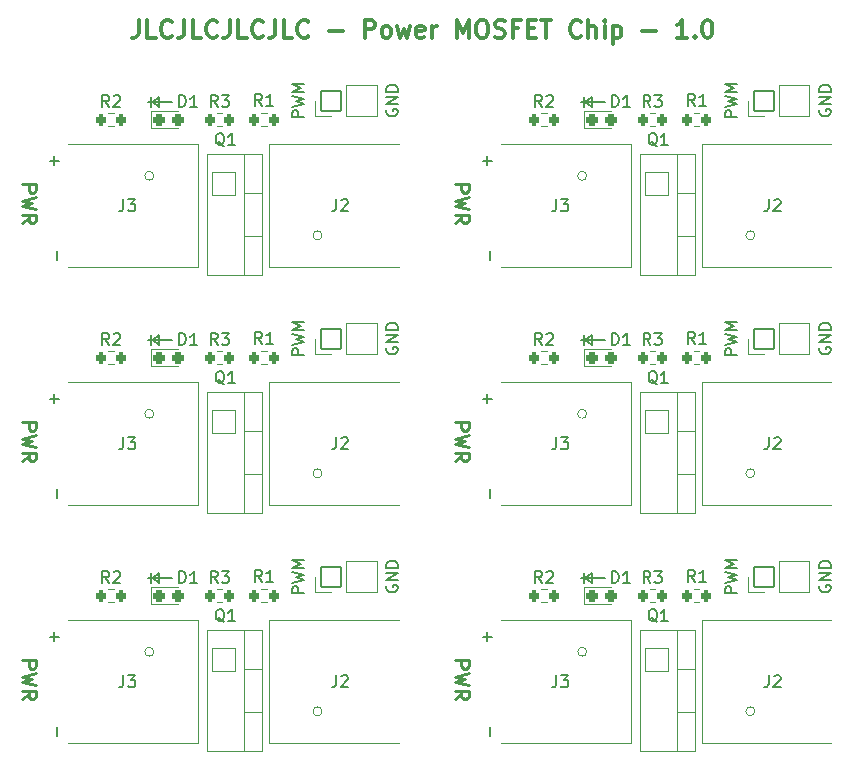
<source format=gto>
%TF.GenerationSoftware,KiCad,Pcbnew,(6.0.5)*%
%TF.CreationDate,2022-06-05T15:56:58-07:00*%
%TF.ProjectId,mosfet_chip_panel,6d6f7366-6574-45f6-9368-69705f70616e,rev?*%
%TF.SameCoordinates,Original*%
%TF.FileFunction,Legend,Top*%
%TF.FilePolarity,Positive*%
%FSLAX46Y46*%
G04 Gerber Fmt 4.6, Leading zero omitted, Abs format (unit mm)*
G04 Created by KiCad (PCBNEW (6.0.5)) date 2022-06-05 15:56:58*
%MOMM*%
%LPD*%
G01*
G04 APERTURE LIST*
G04 Aperture macros list*
%AMRoundRect*
0 Rectangle with rounded corners*
0 $1 Rounding radius*
0 $2 $3 $4 $5 $6 $7 $8 $9 X,Y pos of 4 corners*
0 Add a 4 corners polygon primitive as box body*
4,1,4,$2,$3,$4,$5,$6,$7,$8,$9,$2,$3,0*
0 Add four circle primitives for the rounded corners*
1,1,$1+$1,$2,$3*
1,1,$1+$1,$4,$5*
1,1,$1+$1,$6,$7*
1,1,$1+$1,$8,$9*
0 Add four rect primitives between the rounded corners*
20,1,$1+$1,$2,$3,$4,$5,0*
20,1,$1+$1,$4,$5,$6,$7,0*
20,1,$1+$1,$6,$7,$8,$9,0*
20,1,$1+$1,$8,$9,$2,$3,0*%
G04 Aperture macros list end*
%ADD10C,0.150000*%
%ADD11C,0.300000*%
%ADD12C,0.250000*%
%ADD13C,0.120000*%
%ADD14C,0.700000*%
%ADD15RoundRect,0.268750X-0.218750X-0.256250X0.218750X-0.256250X0.218750X0.256250X-0.218750X0.256250X0*%
%ADD16C,2.132000*%
%ADD17C,2.386000*%
%ADD18RoundRect,0.250000X0.200000X0.275000X-0.200000X0.275000X-0.200000X-0.275000X0.200000X-0.275000X0*%
%ADD19RoundRect,0.050000X0.850000X-0.850000X0.850000X0.850000X-0.850000X0.850000X-0.850000X-0.850000X0*%
%ADD20O,1.800000X1.800000*%
%ADD21RoundRect,0.250000X-0.200000X-0.275000X0.200000X-0.275000X0.200000X0.275000X-0.200000X0.275000X0*%
%ADD22RoundRect,0.050000X-1.000000X0.952500X-1.000000X-0.952500X1.000000X-0.952500X1.000000X0.952500X0*%
%ADD23O,2.100000X2.005000*%
G04 APERTURE END LIST*
D10*
X25569047Y-29076428D02*
X26330952Y-29076428D01*
X25950000Y-29457380D02*
X25950000Y-28695476D01*
X62219047Y-69376428D02*
X62980952Y-69376428D01*
X62600000Y-69757380D02*
X62600000Y-68995476D01*
X25569047Y-69376428D02*
X26330952Y-69376428D01*
X25950000Y-69757380D02*
X25950000Y-68995476D01*
X62219047Y-49226428D02*
X62980952Y-49226428D01*
X62600000Y-49607380D02*
X62600000Y-48845476D01*
X25569047Y-49226428D02*
X26330952Y-49226428D01*
X25950000Y-49607380D02*
X25950000Y-48845476D01*
X62219047Y-29076428D02*
X62980952Y-29076428D01*
X62600000Y-29457380D02*
X62600000Y-28695476D01*
D11*
X33116785Y-17178571D02*
X33116785Y-18250000D01*
X33045357Y-18464285D01*
X32902500Y-18607142D01*
X32688214Y-18678571D01*
X32545357Y-18678571D01*
X34545357Y-18678571D02*
X33831071Y-18678571D01*
X33831071Y-17178571D01*
X35902500Y-18535714D02*
X35831071Y-18607142D01*
X35616785Y-18678571D01*
X35473928Y-18678571D01*
X35259642Y-18607142D01*
X35116785Y-18464285D01*
X35045357Y-18321428D01*
X34973928Y-18035714D01*
X34973928Y-17821428D01*
X35045357Y-17535714D01*
X35116785Y-17392857D01*
X35259642Y-17250000D01*
X35473928Y-17178571D01*
X35616785Y-17178571D01*
X35831071Y-17250000D01*
X35902500Y-17321428D01*
X36973928Y-17178571D02*
X36973928Y-18250000D01*
X36902500Y-18464285D01*
X36759642Y-18607142D01*
X36545357Y-18678571D01*
X36402500Y-18678571D01*
X38402500Y-18678571D02*
X37688214Y-18678571D01*
X37688214Y-17178571D01*
X39759642Y-18535714D02*
X39688214Y-18607142D01*
X39473928Y-18678571D01*
X39331071Y-18678571D01*
X39116785Y-18607142D01*
X38973928Y-18464285D01*
X38902500Y-18321428D01*
X38831071Y-18035714D01*
X38831071Y-17821428D01*
X38902500Y-17535714D01*
X38973928Y-17392857D01*
X39116785Y-17250000D01*
X39331071Y-17178571D01*
X39473928Y-17178571D01*
X39688214Y-17250000D01*
X39759642Y-17321428D01*
X40831071Y-17178571D02*
X40831071Y-18250000D01*
X40759642Y-18464285D01*
X40616785Y-18607142D01*
X40402500Y-18678571D01*
X40259642Y-18678571D01*
X42259642Y-18678571D02*
X41545357Y-18678571D01*
X41545357Y-17178571D01*
X43616785Y-18535714D02*
X43545357Y-18607142D01*
X43331071Y-18678571D01*
X43188214Y-18678571D01*
X42973928Y-18607142D01*
X42831071Y-18464285D01*
X42759642Y-18321428D01*
X42688214Y-18035714D01*
X42688214Y-17821428D01*
X42759642Y-17535714D01*
X42831071Y-17392857D01*
X42973928Y-17250000D01*
X43188214Y-17178571D01*
X43331071Y-17178571D01*
X43545357Y-17250000D01*
X43616785Y-17321428D01*
X44688214Y-17178571D02*
X44688214Y-18250000D01*
X44616785Y-18464285D01*
X44473928Y-18607142D01*
X44259642Y-18678571D01*
X44116785Y-18678571D01*
X46116785Y-18678571D02*
X45402500Y-18678571D01*
X45402500Y-17178571D01*
X47473928Y-18535714D02*
X47402500Y-18607142D01*
X47188214Y-18678571D01*
X47045357Y-18678571D01*
X46831071Y-18607142D01*
X46688214Y-18464285D01*
X46616785Y-18321428D01*
X46545357Y-18035714D01*
X46545357Y-17821428D01*
X46616785Y-17535714D01*
X46688214Y-17392857D01*
X46831071Y-17250000D01*
X47045357Y-17178571D01*
X47188214Y-17178571D01*
X47402500Y-17250000D01*
X47473928Y-17321428D01*
X49259642Y-18107142D02*
X50402500Y-18107142D01*
X52259642Y-18678571D02*
X52259642Y-17178571D01*
X52831071Y-17178571D01*
X52973928Y-17250000D01*
X53045357Y-17321428D01*
X53116785Y-17464285D01*
X53116785Y-17678571D01*
X53045357Y-17821428D01*
X52973928Y-17892857D01*
X52831071Y-17964285D01*
X52259642Y-17964285D01*
X53973928Y-18678571D02*
X53831071Y-18607142D01*
X53759642Y-18535714D01*
X53688214Y-18392857D01*
X53688214Y-17964285D01*
X53759642Y-17821428D01*
X53831071Y-17750000D01*
X53973928Y-17678571D01*
X54188214Y-17678571D01*
X54331071Y-17750000D01*
X54402500Y-17821428D01*
X54473928Y-17964285D01*
X54473928Y-18392857D01*
X54402500Y-18535714D01*
X54331071Y-18607142D01*
X54188214Y-18678571D01*
X53973928Y-18678571D01*
X54973928Y-17678571D02*
X55259642Y-18678571D01*
X55545357Y-17964285D01*
X55831071Y-18678571D01*
X56116785Y-17678571D01*
X57259642Y-18607142D02*
X57116785Y-18678571D01*
X56831071Y-18678571D01*
X56688214Y-18607142D01*
X56616785Y-18464285D01*
X56616785Y-17892857D01*
X56688214Y-17750000D01*
X56831071Y-17678571D01*
X57116785Y-17678571D01*
X57259642Y-17750000D01*
X57331071Y-17892857D01*
X57331071Y-18035714D01*
X56616785Y-18178571D01*
X57973928Y-18678571D02*
X57973928Y-17678571D01*
X57973928Y-17964285D02*
X58045357Y-17821428D01*
X58116785Y-17750000D01*
X58259642Y-17678571D01*
X58402500Y-17678571D01*
X60045357Y-18678571D02*
X60045357Y-17178571D01*
X60545357Y-18250000D01*
X61045357Y-17178571D01*
X61045357Y-18678571D01*
X62045357Y-17178571D02*
X62331071Y-17178571D01*
X62473928Y-17250000D01*
X62616785Y-17392857D01*
X62688214Y-17678571D01*
X62688214Y-18178571D01*
X62616785Y-18464285D01*
X62473928Y-18607142D01*
X62331071Y-18678571D01*
X62045357Y-18678571D01*
X61902500Y-18607142D01*
X61759642Y-18464285D01*
X61688214Y-18178571D01*
X61688214Y-17678571D01*
X61759642Y-17392857D01*
X61902500Y-17250000D01*
X62045357Y-17178571D01*
X63259642Y-18607142D02*
X63473928Y-18678571D01*
X63831071Y-18678571D01*
X63973928Y-18607142D01*
X64045357Y-18535714D01*
X64116785Y-18392857D01*
X64116785Y-18250000D01*
X64045357Y-18107142D01*
X63973928Y-18035714D01*
X63831071Y-17964285D01*
X63545357Y-17892857D01*
X63402500Y-17821428D01*
X63331071Y-17750000D01*
X63259642Y-17607142D01*
X63259642Y-17464285D01*
X63331071Y-17321428D01*
X63402500Y-17250000D01*
X63545357Y-17178571D01*
X63902500Y-17178571D01*
X64116785Y-17250000D01*
X65259642Y-17892857D02*
X64759642Y-17892857D01*
X64759642Y-18678571D02*
X64759642Y-17178571D01*
X65473928Y-17178571D01*
X66045357Y-17892857D02*
X66545357Y-17892857D01*
X66759642Y-18678571D02*
X66045357Y-18678571D01*
X66045357Y-17178571D01*
X66759642Y-17178571D01*
X67188214Y-17178571D02*
X68045357Y-17178571D01*
X67616785Y-18678571D02*
X67616785Y-17178571D01*
X70545357Y-18535714D02*
X70473928Y-18607142D01*
X70259642Y-18678571D01*
X70116785Y-18678571D01*
X69902500Y-18607142D01*
X69759642Y-18464285D01*
X69688214Y-18321428D01*
X69616785Y-18035714D01*
X69616785Y-17821428D01*
X69688214Y-17535714D01*
X69759642Y-17392857D01*
X69902500Y-17250000D01*
X70116785Y-17178571D01*
X70259642Y-17178571D01*
X70473928Y-17250000D01*
X70545357Y-17321428D01*
X71188214Y-18678571D02*
X71188214Y-17178571D01*
X71831071Y-18678571D02*
X71831071Y-17892857D01*
X71759642Y-17750000D01*
X71616785Y-17678571D01*
X71402500Y-17678571D01*
X71259642Y-17750000D01*
X71188214Y-17821428D01*
X72545357Y-18678571D02*
X72545357Y-17678571D01*
X72545357Y-17178571D02*
X72473928Y-17250000D01*
X72545357Y-17321428D01*
X72616785Y-17250000D01*
X72545357Y-17178571D01*
X72545357Y-17321428D01*
X73259642Y-17678571D02*
X73259642Y-19178571D01*
X73259642Y-17750000D02*
X73402500Y-17678571D01*
X73688214Y-17678571D01*
X73831071Y-17750000D01*
X73902500Y-17821428D01*
X73973928Y-17964285D01*
X73973928Y-18392857D01*
X73902500Y-18535714D01*
X73831071Y-18607142D01*
X73688214Y-18678571D01*
X73402500Y-18678571D01*
X73259642Y-18607142D01*
X75759642Y-18107142D02*
X76902500Y-18107142D01*
X79545357Y-18678571D02*
X78688214Y-18678571D01*
X79116785Y-18678571D02*
X79116785Y-17178571D01*
X78973928Y-17392857D01*
X78831071Y-17535714D01*
X78688214Y-17607142D01*
X80188214Y-18535714D02*
X80259642Y-18607142D01*
X80188214Y-18678571D01*
X80116785Y-18607142D01*
X80188214Y-18535714D01*
X80188214Y-18678571D01*
X81188214Y-17178571D02*
X81331071Y-17178571D01*
X81473928Y-17250000D01*
X81545357Y-17321428D01*
X81616785Y-17464285D01*
X81688214Y-17750000D01*
X81688214Y-18107142D01*
X81616785Y-18392857D01*
X81545357Y-18535714D01*
X81473928Y-18607142D01*
X81331071Y-18678571D01*
X81188214Y-18678571D01*
X81045357Y-18607142D01*
X80973928Y-18535714D01*
X80902500Y-18392857D01*
X80831071Y-18107142D01*
X80831071Y-17750000D01*
X80902500Y-17464285D01*
X80973928Y-17321428D01*
X81045357Y-17250000D01*
X81188214Y-17178571D01*
D10*
X47102380Y-25409761D02*
X46102380Y-25409761D01*
X46102380Y-25028809D01*
X46150000Y-24933571D01*
X46197619Y-24885952D01*
X46292857Y-24838333D01*
X46435714Y-24838333D01*
X46530952Y-24885952D01*
X46578571Y-24933571D01*
X46626190Y-25028809D01*
X46626190Y-25409761D01*
X46102380Y-24505000D02*
X47102380Y-24266904D01*
X46388095Y-24076428D01*
X47102380Y-23885952D01*
X46102380Y-23647857D01*
X47102380Y-23266904D02*
X46102380Y-23266904D01*
X46816666Y-22933571D01*
X46102380Y-22600238D01*
X47102380Y-22600238D01*
X83752380Y-65709761D02*
X82752380Y-65709761D01*
X82752380Y-65328809D01*
X82800000Y-65233571D01*
X82847619Y-65185952D01*
X82942857Y-65138333D01*
X83085714Y-65138333D01*
X83180952Y-65185952D01*
X83228571Y-65233571D01*
X83276190Y-65328809D01*
X83276190Y-65709761D01*
X82752380Y-64805000D02*
X83752380Y-64566904D01*
X83038095Y-64376428D01*
X83752380Y-64185952D01*
X82752380Y-63947857D01*
X83752380Y-63566904D02*
X82752380Y-63566904D01*
X83466666Y-63233571D01*
X82752380Y-62900238D01*
X83752380Y-62900238D01*
X47102380Y-65709761D02*
X46102380Y-65709761D01*
X46102380Y-65328809D01*
X46150000Y-65233571D01*
X46197619Y-65185952D01*
X46292857Y-65138333D01*
X46435714Y-65138333D01*
X46530952Y-65185952D01*
X46578571Y-65233571D01*
X46626190Y-65328809D01*
X46626190Y-65709761D01*
X46102380Y-64805000D02*
X47102380Y-64566904D01*
X46388095Y-64376428D01*
X47102380Y-64185952D01*
X46102380Y-63947857D01*
X47102380Y-63566904D02*
X46102380Y-63566904D01*
X46816666Y-63233571D01*
X46102380Y-62900238D01*
X47102380Y-62900238D01*
X83752380Y-45559761D02*
X82752380Y-45559761D01*
X82752380Y-45178809D01*
X82800000Y-45083571D01*
X82847619Y-45035952D01*
X82942857Y-44988333D01*
X83085714Y-44988333D01*
X83180952Y-45035952D01*
X83228571Y-45083571D01*
X83276190Y-45178809D01*
X83276190Y-45559761D01*
X82752380Y-44655000D02*
X83752380Y-44416904D01*
X83038095Y-44226428D01*
X83752380Y-44035952D01*
X82752380Y-43797857D01*
X83752380Y-43416904D02*
X82752380Y-43416904D01*
X83466666Y-43083571D01*
X82752380Y-42750238D01*
X83752380Y-42750238D01*
X47102380Y-45559761D02*
X46102380Y-45559761D01*
X46102380Y-45178809D01*
X46150000Y-45083571D01*
X46197619Y-45035952D01*
X46292857Y-44988333D01*
X46435714Y-44988333D01*
X46530952Y-45035952D01*
X46578571Y-45083571D01*
X46626190Y-45178809D01*
X46626190Y-45559761D01*
X46102380Y-44655000D02*
X47102380Y-44416904D01*
X46388095Y-44226428D01*
X47102380Y-44035952D01*
X46102380Y-43797857D01*
X47102380Y-43416904D02*
X46102380Y-43416904D01*
X46816666Y-43083571D01*
X46102380Y-42750238D01*
X47102380Y-42750238D01*
X83752380Y-25409761D02*
X82752380Y-25409761D01*
X82752380Y-25028809D01*
X82800000Y-24933571D01*
X82847619Y-24885952D01*
X82942857Y-24838333D01*
X83085714Y-24838333D01*
X83180952Y-24885952D01*
X83228571Y-24933571D01*
X83276190Y-25028809D01*
X83276190Y-25409761D01*
X82752380Y-24505000D02*
X83752380Y-24266904D01*
X83038095Y-24076428D01*
X83752380Y-23885952D01*
X82752380Y-23647857D01*
X83752380Y-23266904D02*
X82752380Y-23266904D01*
X83466666Y-22933571D01*
X82752380Y-22600238D01*
X83752380Y-22600238D01*
X26221428Y-37485952D02*
X26221428Y-36724047D01*
X62871428Y-77785952D02*
X62871428Y-77024047D01*
X26221428Y-77785952D02*
X26221428Y-77024047D01*
X62871428Y-57635952D02*
X62871428Y-56874047D01*
X26221428Y-57635952D02*
X26221428Y-56874047D01*
X62871428Y-37485952D02*
X62871428Y-36724047D01*
D12*
X23207142Y-31105000D02*
X24407142Y-31105000D01*
X24407142Y-31562142D01*
X24350000Y-31676428D01*
X24292857Y-31733571D01*
X24178571Y-31790714D01*
X24007142Y-31790714D01*
X23892857Y-31733571D01*
X23835714Y-31676428D01*
X23778571Y-31562142D01*
X23778571Y-31105000D01*
X24407142Y-32190714D02*
X23207142Y-32476428D01*
X24064285Y-32705000D01*
X23207142Y-32933571D01*
X24407142Y-33219285D01*
X23207142Y-34362142D02*
X23778571Y-33962142D01*
X23207142Y-33676428D02*
X24407142Y-33676428D01*
X24407142Y-34133571D01*
X24350000Y-34247857D01*
X24292857Y-34305000D01*
X24178571Y-34362142D01*
X24007142Y-34362142D01*
X23892857Y-34305000D01*
X23835714Y-34247857D01*
X23778571Y-34133571D01*
X23778571Y-33676428D01*
X59857142Y-71405000D02*
X61057142Y-71405000D01*
X61057142Y-71862142D01*
X61000000Y-71976428D01*
X60942857Y-72033571D01*
X60828571Y-72090714D01*
X60657142Y-72090714D01*
X60542857Y-72033571D01*
X60485714Y-71976428D01*
X60428571Y-71862142D01*
X60428571Y-71405000D01*
X61057142Y-72490714D02*
X59857142Y-72776428D01*
X60714285Y-73005000D01*
X59857142Y-73233571D01*
X61057142Y-73519285D01*
X59857142Y-74662142D02*
X60428571Y-74262142D01*
X59857142Y-73976428D02*
X61057142Y-73976428D01*
X61057142Y-74433571D01*
X61000000Y-74547857D01*
X60942857Y-74605000D01*
X60828571Y-74662142D01*
X60657142Y-74662142D01*
X60542857Y-74605000D01*
X60485714Y-74547857D01*
X60428571Y-74433571D01*
X60428571Y-73976428D01*
X23207142Y-71405000D02*
X24407142Y-71405000D01*
X24407142Y-71862142D01*
X24350000Y-71976428D01*
X24292857Y-72033571D01*
X24178571Y-72090714D01*
X24007142Y-72090714D01*
X23892857Y-72033571D01*
X23835714Y-71976428D01*
X23778571Y-71862142D01*
X23778571Y-71405000D01*
X24407142Y-72490714D02*
X23207142Y-72776428D01*
X24064285Y-73005000D01*
X23207142Y-73233571D01*
X24407142Y-73519285D01*
X23207142Y-74662142D02*
X23778571Y-74262142D01*
X23207142Y-73976428D02*
X24407142Y-73976428D01*
X24407142Y-74433571D01*
X24350000Y-74547857D01*
X24292857Y-74605000D01*
X24178571Y-74662142D01*
X24007142Y-74662142D01*
X23892857Y-74605000D01*
X23835714Y-74547857D01*
X23778571Y-74433571D01*
X23778571Y-73976428D01*
X59857142Y-51255000D02*
X61057142Y-51255000D01*
X61057142Y-51712142D01*
X61000000Y-51826428D01*
X60942857Y-51883571D01*
X60828571Y-51940714D01*
X60657142Y-51940714D01*
X60542857Y-51883571D01*
X60485714Y-51826428D01*
X60428571Y-51712142D01*
X60428571Y-51255000D01*
X61057142Y-52340714D02*
X59857142Y-52626428D01*
X60714285Y-52855000D01*
X59857142Y-53083571D01*
X61057142Y-53369285D01*
X59857142Y-54512142D02*
X60428571Y-54112142D01*
X59857142Y-53826428D02*
X61057142Y-53826428D01*
X61057142Y-54283571D01*
X61000000Y-54397857D01*
X60942857Y-54455000D01*
X60828571Y-54512142D01*
X60657142Y-54512142D01*
X60542857Y-54455000D01*
X60485714Y-54397857D01*
X60428571Y-54283571D01*
X60428571Y-53826428D01*
X23207142Y-51255000D02*
X24407142Y-51255000D01*
X24407142Y-51712142D01*
X24350000Y-51826428D01*
X24292857Y-51883571D01*
X24178571Y-51940714D01*
X24007142Y-51940714D01*
X23892857Y-51883571D01*
X23835714Y-51826428D01*
X23778571Y-51712142D01*
X23778571Y-51255000D01*
X24407142Y-52340714D02*
X23207142Y-52626428D01*
X24064285Y-52855000D01*
X23207142Y-53083571D01*
X24407142Y-53369285D01*
X23207142Y-54512142D02*
X23778571Y-54112142D01*
X23207142Y-53826428D02*
X24407142Y-53826428D01*
X24407142Y-54283571D01*
X24350000Y-54397857D01*
X24292857Y-54455000D01*
X24178571Y-54512142D01*
X24007142Y-54512142D01*
X23892857Y-54455000D01*
X23835714Y-54397857D01*
X23778571Y-54283571D01*
X23778571Y-53826428D01*
X59857142Y-31105000D02*
X61057142Y-31105000D01*
X61057142Y-31562142D01*
X61000000Y-31676428D01*
X60942857Y-31733571D01*
X60828571Y-31790714D01*
X60657142Y-31790714D01*
X60542857Y-31733571D01*
X60485714Y-31676428D01*
X60428571Y-31562142D01*
X60428571Y-31105000D01*
X61057142Y-32190714D02*
X59857142Y-32476428D01*
X60714285Y-32705000D01*
X59857142Y-32933571D01*
X61057142Y-33219285D01*
X59857142Y-34362142D02*
X60428571Y-33962142D01*
X59857142Y-33676428D02*
X61057142Y-33676428D01*
X61057142Y-34133571D01*
X61000000Y-34247857D01*
X60942857Y-34305000D01*
X60828571Y-34362142D01*
X60657142Y-34362142D01*
X60542857Y-34305000D01*
X60485714Y-34247857D01*
X60428571Y-34133571D01*
X60428571Y-33676428D01*
D10*
X54100000Y-24766904D02*
X54052380Y-24862142D01*
X54052380Y-25005000D01*
X54100000Y-25147857D01*
X54195238Y-25243095D01*
X54290476Y-25290714D01*
X54480952Y-25338333D01*
X54623809Y-25338333D01*
X54814285Y-25290714D01*
X54909523Y-25243095D01*
X55004761Y-25147857D01*
X55052380Y-25005000D01*
X55052380Y-24909761D01*
X55004761Y-24766904D01*
X54957142Y-24719285D01*
X54623809Y-24719285D01*
X54623809Y-24909761D01*
X55052380Y-24290714D02*
X54052380Y-24290714D01*
X55052380Y-23719285D01*
X54052380Y-23719285D01*
X55052380Y-23243095D02*
X54052380Y-23243095D01*
X54052380Y-23005000D01*
X54100000Y-22862142D01*
X54195238Y-22766904D01*
X54290476Y-22719285D01*
X54480952Y-22671666D01*
X54623809Y-22671666D01*
X54814285Y-22719285D01*
X54909523Y-22766904D01*
X55004761Y-22862142D01*
X55052380Y-23005000D01*
X55052380Y-23243095D01*
X90750000Y-65066904D02*
X90702380Y-65162142D01*
X90702380Y-65305000D01*
X90750000Y-65447857D01*
X90845238Y-65543095D01*
X90940476Y-65590714D01*
X91130952Y-65638333D01*
X91273809Y-65638333D01*
X91464285Y-65590714D01*
X91559523Y-65543095D01*
X91654761Y-65447857D01*
X91702380Y-65305000D01*
X91702380Y-65209761D01*
X91654761Y-65066904D01*
X91607142Y-65019285D01*
X91273809Y-65019285D01*
X91273809Y-65209761D01*
X91702380Y-64590714D02*
X90702380Y-64590714D01*
X91702380Y-64019285D01*
X90702380Y-64019285D01*
X91702380Y-63543095D02*
X90702380Y-63543095D01*
X90702380Y-63305000D01*
X90750000Y-63162142D01*
X90845238Y-63066904D01*
X90940476Y-63019285D01*
X91130952Y-62971666D01*
X91273809Y-62971666D01*
X91464285Y-63019285D01*
X91559523Y-63066904D01*
X91654761Y-63162142D01*
X91702380Y-63305000D01*
X91702380Y-63543095D01*
X54100000Y-65066904D02*
X54052380Y-65162142D01*
X54052380Y-65305000D01*
X54100000Y-65447857D01*
X54195238Y-65543095D01*
X54290476Y-65590714D01*
X54480952Y-65638333D01*
X54623809Y-65638333D01*
X54814285Y-65590714D01*
X54909523Y-65543095D01*
X55004761Y-65447857D01*
X55052380Y-65305000D01*
X55052380Y-65209761D01*
X55004761Y-65066904D01*
X54957142Y-65019285D01*
X54623809Y-65019285D01*
X54623809Y-65209761D01*
X55052380Y-64590714D02*
X54052380Y-64590714D01*
X55052380Y-64019285D01*
X54052380Y-64019285D01*
X55052380Y-63543095D02*
X54052380Y-63543095D01*
X54052380Y-63305000D01*
X54100000Y-63162142D01*
X54195238Y-63066904D01*
X54290476Y-63019285D01*
X54480952Y-62971666D01*
X54623809Y-62971666D01*
X54814285Y-63019285D01*
X54909523Y-63066904D01*
X55004761Y-63162142D01*
X55052380Y-63305000D01*
X55052380Y-63543095D01*
X90750000Y-44916904D02*
X90702380Y-45012142D01*
X90702380Y-45155000D01*
X90750000Y-45297857D01*
X90845238Y-45393095D01*
X90940476Y-45440714D01*
X91130952Y-45488333D01*
X91273809Y-45488333D01*
X91464285Y-45440714D01*
X91559523Y-45393095D01*
X91654761Y-45297857D01*
X91702380Y-45155000D01*
X91702380Y-45059761D01*
X91654761Y-44916904D01*
X91607142Y-44869285D01*
X91273809Y-44869285D01*
X91273809Y-45059761D01*
X91702380Y-44440714D02*
X90702380Y-44440714D01*
X91702380Y-43869285D01*
X90702380Y-43869285D01*
X91702380Y-43393095D02*
X90702380Y-43393095D01*
X90702380Y-43155000D01*
X90750000Y-43012142D01*
X90845238Y-42916904D01*
X90940476Y-42869285D01*
X91130952Y-42821666D01*
X91273809Y-42821666D01*
X91464285Y-42869285D01*
X91559523Y-42916904D01*
X91654761Y-43012142D01*
X91702380Y-43155000D01*
X91702380Y-43393095D01*
X54100000Y-44916904D02*
X54052380Y-45012142D01*
X54052380Y-45155000D01*
X54100000Y-45297857D01*
X54195238Y-45393095D01*
X54290476Y-45440714D01*
X54480952Y-45488333D01*
X54623809Y-45488333D01*
X54814285Y-45440714D01*
X54909523Y-45393095D01*
X55004761Y-45297857D01*
X55052380Y-45155000D01*
X55052380Y-45059761D01*
X55004761Y-44916904D01*
X54957142Y-44869285D01*
X54623809Y-44869285D01*
X54623809Y-45059761D01*
X55052380Y-44440714D02*
X54052380Y-44440714D01*
X55052380Y-43869285D01*
X54052380Y-43869285D01*
X55052380Y-43393095D02*
X54052380Y-43393095D01*
X54052380Y-43155000D01*
X54100000Y-43012142D01*
X54195238Y-42916904D01*
X54290476Y-42869285D01*
X54480952Y-42821666D01*
X54623809Y-42821666D01*
X54814285Y-42869285D01*
X54909523Y-42916904D01*
X55004761Y-43012142D01*
X55052380Y-43155000D01*
X55052380Y-43393095D01*
X90750000Y-24766904D02*
X90702380Y-24862142D01*
X90702380Y-25005000D01*
X90750000Y-25147857D01*
X90845238Y-25243095D01*
X90940476Y-25290714D01*
X91130952Y-25338333D01*
X91273809Y-25338333D01*
X91464285Y-25290714D01*
X91559523Y-25243095D01*
X91654761Y-25147857D01*
X91702380Y-25005000D01*
X91702380Y-24909761D01*
X91654761Y-24766904D01*
X91607142Y-24719285D01*
X91273809Y-24719285D01*
X91273809Y-24909761D01*
X91702380Y-24290714D02*
X90702380Y-24290714D01*
X91702380Y-23719285D01*
X90702380Y-23719285D01*
X91702380Y-23243095D02*
X90702380Y-23243095D01*
X90702380Y-23005000D01*
X90750000Y-22862142D01*
X90845238Y-22766904D01*
X90940476Y-22719285D01*
X91130952Y-22671666D01*
X91273809Y-22671666D01*
X91464285Y-22719285D01*
X91559523Y-22766904D01*
X91654761Y-22862142D01*
X91702380Y-23005000D01*
X91702380Y-23243095D01*
X70930000Y-64405000D02*
X71480000Y-64855000D01*
X34280000Y-44255000D02*
X34830000Y-44705000D01*
X34280000Y-64405000D02*
X34830000Y-64855000D01*
X70930000Y-44255000D02*
X71480000Y-44705000D01*
X34280000Y-24105000D02*
X34830000Y-24555000D01*
X70930000Y-24105000D02*
X71480000Y-24555000D01*
X34280000Y-44255000D02*
X34830000Y-43855000D01*
X34280000Y-64405000D02*
X34830000Y-64005000D01*
X70930000Y-44255000D02*
X71480000Y-43855000D01*
X70930000Y-64405000D02*
X71480000Y-64005000D01*
X70930000Y-24105000D02*
X71480000Y-23705000D01*
X34280000Y-24105000D02*
X34830000Y-23705000D01*
X34830000Y-64005000D02*
X34830000Y-64855000D01*
X71480000Y-64005000D02*
X71480000Y-64855000D01*
X34830000Y-43855000D02*
X34830000Y-44705000D01*
X71480000Y-43855000D02*
X71480000Y-44705000D01*
X34830000Y-23705000D02*
X34830000Y-24555000D01*
X71480000Y-23705000D02*
X71480000Y-24555000D01*
X35930000Y-44255000D02*
X33930000Y-44255000D01*
X72580000Y-44255000D02*
X70580000Y-44255000D01*
X72580000Y-64405000D02*
X70580000Y-64405000D01*
X35930000Y-64405000D02*
X33930000Y-64405000D01*
X35930000Y-24105000D02*
X33930000Y-24105000D01*
X72580000Y-24105000D02*
X70580000Y-24105000D01*
X34180000Y-43855000D02*
X34180000Y-44705000D01*
X70830000Y-64005000D02*
X70830000Y-64855000D01*
X34180000Y-64005000D02*
X34180000Y-64855000D01*
X70830000Y-43855000D02*
X70830000Y-44705000D01*
X70830000Y-23705000D02*
X70830000Y-24555000D01*
X34180000Y-23705000D02*
X34180000Y-24555000D01*
X36526904Y-44692380D02*
X36526904Y-43692380D01*
X36765000Y-43692380D01*
X36907857Y-43740000D01*
X37003095Y-43835238D01*
X37050714Y-43930476D01*
X37098333Y-44120952D01*
X37098333Y-44263809D01*
X37050714Y-44454285D01*
X37003095Y-44549523D01*
X36907857Y-44644761D01*
X36765000Y-44692380D01*
X36526904Y-44692380D01*
X38050714Y-44692380D02*
X37479285Y-44692380D01*
X37765000Y-44692380D02*
X37765000Y-43692380D01*
X37669761Y-43835238D01*
X37574523Y-43930476D01*
X37479285Y-43978095D01*
X68466666Y-52507380D02*
X68466666Y-53221666D01*
X68419047Y-53364523D01*
X68323809Y-53459761D01*
X68180952Y-53507380D01*
X68085714Y-53507380D01*
X68847619Y-52507380D02*
X69466666Y-52507380D01*
X69133333Y-52888333D01*
X69276190Y-52888333D01*
X69371428Y-52935952D01*
X69419047Y-52983571D01*
X69466666Y-53078809D01*
X69466666Y-53316904D01*
X69419047Y-53412142D01*
X69371428Y-53459761D01*
X69276190Y-53507380D01*
X68990476Y-53507380D01*
X68895238Y-53459761D01*
X68847619Y-53412142D01*
X49816666Y-32357380D02*
X49816666Y-33071666D01*
X49769047Y-33214523D01*
X49673809Y-33309761D01*
X49530952Y-33357380D01*
X49435714Y-33357380D01*
X50245238Y-32452619D02*
X50292857Y-32405000D01*
X50388095Y-32357380D01*
X50626190Y-32357380D01*
X50721428Y-32405000D01*
X50769047Y-32452619D01*
X50816666Y-32547857D01*
X50816666Y-32643095D01*
X50769047Y-32785952D01*
X50197619Y-33357380D01*
X50816666Y-33357380D01*
X73176904Y-64842380D02*
X73176904Y-63842380D01*
X73415000Y-63842380D01*
X73557857Y-63890000D01*
X73653095Y-63985238D01*
X73700714Y-64080476D01*
X73748333Y-64270952D01*
X73748333Y-64413809D01*
X73700714Y-64604285D01*
X73653095Y-64699523D01*
X73557857Y-64794761D01*
X73415000Y-64842380D01*
X73176904Y-64842380D01*
X74700714Y-64842380D02*
X74129285Y-64842380D01*
X74415000Y-64842380D02*
X74415000Y-63842380D01*
X74319761Y-63985238D01*
X74224523Y-64080476D01*
X74129285Y-64128095D01*
X73176904Y-44692380D02*
X73176904Y-43692380D01*
X73415000Y-43692380D01*
X73557857Y-43740000D01*
X73653095Y-43835238D01*
X73700714Y-43930476D01*
X73748333Y-44120952D01*
X73748333Y-44263809D01*
X73700714Y-44454285D01*
X73653095Y-44549523D01*
X73557857Y-44644761D01*
X73415000Y-44692380D01*
X73176904Y-44692380D01*
X74700714Y-44692380D02*
X74129285Y-44692380D01*
X74415000Y-44692380D02*
X74415000Y-43692380D01*
X74319761Y-43835238D01*
X74224523Y-43930476D01*
X74129285Y-43978095D01*
X80188333Y-64742380D02*
X79855000Y-64266190D01*
X79616904Y-64742380D02*
X79616904Y-63742380D01*
X79997857Y-63742380D01*
X80093095Y-63790000D01*
X80140714Y-63837619D01*
X80188333Y-63932857D01*
X80188333Y-64075714D01*
X80140714Y-64170952D01*
X80093095Y-64218571D01*
X79997857Y-64266190D01*
X79616904Y-64266190D01*
X81140714Y-64742380D02*
X80569285Y-64742380D01*
X80855000Y-64742380D02*
X80855000Y-63742380D01*
X80759761Y-63885238D01*
X80664523Y-63980476D01*
X80569285Y-64028095D01*
X76438333Y-24532380D02*
X76105000Y-24056190D01*
X75866904Y-24532380D02*
X75866904Y-23532380D01*
X76247857Y-23532380D01*
X76343095Y-23580000D01*
X76390714Y-23627619D01*
X76438333Y-23722857D01*
X76438333Y-23865714D01*
X76390714Y-23960952D01*
X76343095Y-24008571D01*
X76247857Y-24056190D01*
X75866904Y-24056190D01*
X76771666Y-23532380D02*
X77390714Y-23532380D01*
X77057380Y-23913333D01*
X77200238Y-23913333D01*
X77295476Y-23960952D01*
X77343095Y-24008571D01*
X77390714Y-24103809D01*
X77390714Y-24341904D01*
X77343095Y-24437142D01*
X77295476Y-24484761D01*
X77200238Y-24532380D01*
X76914523Y-24532380D01*
X76819285Y-24484761D01*
X76771666Y-24437142D01*
X40354761Y-48002619D02*
X40259523Y-47955000D01*
X40164285Y-47859761D01*
X40021428Y-47716904D01*
X39926190Y-47669285D01*
X39830952Y-47669285D01*
X39878571Y-47907380D02*
X39783333Y-47859761D01*
X39688095Y-47764523D01*
X39640476Y-47574047D01*
X39640476Y-47240714D01*
X39688095Y-47050238D01*
X39783333Y-46955000D01*
X39878571Y-46907380D01*
X40069047Y-46907380D01*
X40164285Y-46955000D01*
X40259523Y-47050238D01*
X40307142Y-47240714D01*
X40307142Y-47574047D01*
X40259523Y-47764523D01*
X40164285Y-47859761D01*
X40069047Y-47907380D01*
X39878571Y-47907380D01*
X41259523Y-47907380D02*
X40688095Y-47907380D01*
X40973809Y-47907380D02*
X40973809Y-46907380D01*
X40878571Y-47050238D01*
X40783333Y-47145476D01*
X40688095Y-47193095D01*
X67248333Y-24542380D02*
X66915000Y-24066190D01*
X66676904Y-24542380D02*
X66676904Y-23542380D01*
X67057857Y-23542380D01*
X67153095Y-23590000D01*
X67200714Y-23637619D01*
X67248333Y-23732857D01*
X67248333Y-23875714D01*
X67200714Y-23970952D01*
X67153095Y-24018571D01*
X67057857Y-24066190D01*
X66676904Y-24066190D01*
X67629285Y-23637619D02*
X67676904Y-23590000D01*
X67772142Y-23542380D01*
X68010238Y-23542380D01*
X68105476Y-23590000D01*
X68153095Y-23637619D01*
X68200714Y-23732857D01*
X68200714Y-23828095D01*
X68153095Y-23970952D01*
X67581666Y-24542380D01*
X68200714Y-24542380D01*
X30598333Y-44692380D02*
X30265000Y-44216190D01*
X30026904Y-44692380D02*
X30026904Y-43692380D01*
X30407857Y-43692380D01*
X30503095Y-43740000D01*
X30550714Y-43787619D01*
X30598333Y-43882857D01*
X30598333Y-44025714D01*
X30550714Y-44120952D01*
X30503095Y-44168571D01*
X30407857Y-44216190D01*
X30026904Y-44216190D01*
X30979285Y-43787619D02*
X31026904Y-43740000D01*
X31122142Y-43692380D01*
X31360238Y-43692380D01*
X31455476Y-43740000D01*
X31503095Y-43787619D01*
X31550714Y-43882857D01*
X31550714Y-43978095D01*
X31503095Y-44120952D01*
X30931666Y-44692380D01*
X31550714Y-44692380D01*
X49816666Y-52507380D02*
X49816666Y-53221666D01*
X49769047Y-53364523D01*
X49673809Y-53459761D01*
X49530952Y-53507380D01*
X49435714Y-53507380D01*
X50245238Y-52602619D02*
X50292857Y-52555000D01*
X50388095Y-52507380D01*
X50626190Y-52507380D01*
X50721428Y-52555000D01*
X50769047Y-52602619D01*
X50816666Y-52697857D01*
X50816666Y-52793095D01*
X50769047Y-52935952D01*
X50197619Y-53507380D01*
X50816666Y-53507380D01*
X67248333Y-64842380D02*
X66915000Y-64366190D01*
X66676904Y-64842380D02*
X66676904Y-63842380D01*
X67057857Y-63842380D01*
X67153095Y-63890000D01*
X67200714Y-63937619D01*
X67248333Y-64032857D01*
X67248333Y-64175714D01*
X67200714Y-64270952D01*
X67153095Y-64318571D01*
X67057857Y-64366190D01*
X66676904Y-64366190D01*
X67629285Y-63937619D02*
X67676904Y-63890000D01*
X67772142Y-63842380D01*
X68010238Y-63842380D01*
X68105476Y-63890000D01*
X68153095Y-63937619D01*
X68200714Y-64032857D01*
X68200714Y-64128095D01*
X68153095Y-64270952D01*
X67581666Y-64842380D01*
X68200714Y-64842380D01*
X77004761Y-48002619D02*
X76909523Y-47955000D01*
X76814285Y-47859761D01*
X76671428Y-47716904D01*
X76576190Y-47669285D01*
X76480952Y-47669285D01*
X76528571Y-47907380D02*
X76433333Y-47859761D01*
X76338095Y-47764523D01*
X76290476Y-47574047D01*
X76290476Y-47240714D01*
X76338095Y-47050238D01*
X76433333Y-46955000D01*
X76528571Y-46907380D01*
X76719047Y-46907380D01*
X76814285Y-46955000D01*
X76909523Y-47050238D01*
X76957142Y-47240714D01*
X76957142Y-47574047D01*
X76909523Y-47764523D01*
X76814285Y-47859761D01*
X76719047Y-47907380D01*
X76528571Y-47907380D01*
X77909523Y-47907380D02*
X77338095Y-47907380D01*
X77623809Y-47907380D02*
X77623809Y-46907380D01*
X77528571Y-47050238D01*
X77433333Y-47145476D01*
X77338095Y-47193095D01*
X43538333Y-24442380D02*
X43205000Y-23966190D01*
X42966904Y-24442380D02*
X42966904Y-23442380D01*
X43347857Y-23442380D01*
X43443095Y-23490000D01*
X43490714Y-23537619D01*
X43538333Y-23632857D01*
X43538333Y-23775714D01*
X43490714Y-23870952D01*
X43443095Y-23918571D01*
X43347857Y-23966190D01*
X42966904Y-23966190D01*
X44490714Y-24442380D02*
X43919285Y-24442380D01*
X44205000Y-24442380D02*
X44205000Y-23442380D01*
X44109761Y-23585238D01*
X44014523Y-23680476D01*
X43919285Y-23728095D01*
X86466666Y-72657380D02*
X86466666Y-73371666D01*
X86419047Y-73514523D01*
X86323809Y-73609761D01*
X86180952Y-73657380D01*
X86085714Y-73657380D01*
X86895238Y-72752619D02*
X86942857Y-72705000D01*
X87038095Y-72657380D01*
X87276190Y-72657380D01*
X87371428Y-72705000D01*
X87419047Y-72752619D01*
X87466666Y-72847857D01*
X87466666Y-72943095D01*
X87419047Y-73085952D01*
X86847619Y-73657380D01*
X87466666Y-73657380D01*
X43538333Y-64742380D02*
X43205000Y-64266190D01*
X42966904Y-64742380D02*
X42966904Y-63742380D01*
X43347857Y-63742380D01*
X43443095Y-63790000D01*
X43490714Y-63837619D01*
X43538333Y-63932857D01*
X43538333Y-64075714D01*
X43490714Y-64170952D01*
X43443095Y-64218571D01*
X43347857Y-64266190D01*
X42966904Y-64266190D01*
X44490714Y-64742380D02*
X43919285Y-64742380D01*
X44205000Y-64742380D02*
X44205000Y-63742380D01*
X44109761Y-63885238D01*
X44014523Y-63980476D01*
X43919285Y-64028095D01*
X39788333Y-64832380D02*
X39455000Y-64356190D01*
X39216904Y-64832380D02*
X39216904Y-63832380D01*
X39597857Y-63832380D01*
X39693095Y-63880000D01*
X39740714Y-63927619D01*
X39788333Y-64022857D01*
X39788333Y-64165714D01*
X39740714Y-64260952D01*
X39693095Y-64308571D01*
X39597857Y-64356190D01*
X39216904Y-64356190D01*
X40121666Y-63832380D02*
X40740714Y-63832380D01*
X40407380Y-64213333D01*
X40550238Y-64213333D01*
X40645476Y-64260952D01*
X40693095Y-64308571D01*
X40740714Y-64403809D01*
X40740714Y-64641904D01*
X40693095Y-64737142D01*
X40645476Y-64784761D01*
X40550238Y-64832380D01*
X40264523Y-64832380D01*
X40169285Y-64784761D01*
X40121666Y-64737142D01*
X77004761Y-27852619D02*
X76909523Y-27805000D01*
X76814285Y-27709761D01*
X76671428Y-27566904D01*
X76576190Y-27519285D01*
X76480952Y-27519285D01*
X76528571Y-27757380D02*
X76433333Y-27709761D01*
X76338095Y-27614523D01*
X76290476Y-27424047D01*
X76290476Y-27090714D01*
X76338095Y-26900238D01*
X76433333Y-26805000D01*
X76528571Y-26757380D01*
X76719047Y-26757380D01*
X76814285Y-26805000D01*
X76909523Y-26900238D01*
X76957142Y-27090714D01*
X76957142Y-27424047D01*
X76909523Y-27614523D01*
X76814285Y-27709761D01*
X76719047Y-27757380D01*
X76528571Y-27757380D01*
X77909523Y-27757380D02*
X77338095Y-27757380D01*
X77623809Y-27757380D02*
X77623809Y-26757380D01*
X77528571Y-26900238D01*
X77433333Y-26995476D01*
X77338095Y-27043095D01*
X86466666Y-32357380D02*
X86466666Y-33071666D01*
X86419047Y-33214523D01*
X86323809Y-33309761D01*
X86180952Y-33357380D01*
X86085714Y-33357380D01*
X86895238Y-32452619D02*
X86942857Y-32405000D01*
X87038095Y-32357380D01*
X87276190Y-32357380D01*
X87371428Y-32405000D01*
X87419047Y-32452619D01*
X87466666Y-32547857D01*
X87466666Y-32643095D01*
X87419047Y-32785952D01*
X86847619Y-33357380D01*
X87466666Y-33357380D01*
X68466666Y-32357380D02*
X68466666Y-33071666D01*
X68419047Y-33214523D01*
X68323809Y-33309761D01*
X68180952Y-33357380D01*
X68085714Y-33357380D01*
X68847619Y-32357380D02*
X69466666Y-32357380D01*
X69133333Y-32738333D01*
X69276190Y-32738333D01*
X69371428Y-32785952D01*
X69419047Y-32833571D01*
X69466666Y-32928809D01*
X69466666Y-33166904D01*
X69419047Y-33262142D01*
X69371428Y-33309761D01*
X69276190Y-33357380D01*
X68990476Y-33357380D01*
X68895238Y-33309761D01*
X68847619Y-33262142D01*
X36526904Y-64842380D02*
X36526904Y-63842380D01*
X36765000Y-63842380D01*
X36907857Y-63890000D01*
X37003095Y-63985238D01*
X37050714Y-64080476D01*
X37098333Y-64270952D01*
X37098333Y-64413809D01*
X37050714Y-64604285D01*
X37003095Y-64699523D01*
X36907857Y-64794761D01*
X36765000Y-64842380D01*
X36526904Y-64842380D01*
X38050714Y-64842380D02*
X37479285Y-64842380D01*
X37765000Y-64842380D02*
X37765000Y-63842380D01*
X37669761Y-63985238D01*
X37574523Y-64080476D01*
X37479285Y-64128095D01*
X36526904Y-24542380D02*
X36526904Y-23542380D01*
X36765000Y-23542380D01*
X36907857Y-23590000D01*
X37003095Y-23685238D01*
X37050714Y-23780476D01*
X37098333Y-23970952D01*
X37098333Y-24113809D01*
X37050714Y-24304285D01*
X37003095Y-24399523D01*
X36907857Y-24494761D01*
X36765000Y-24542380D01*
X36526904Y-24542380D01*
X38050714Y-24542380D02*
X37479285Y-24542380D01*
X37765000Y-24542380D02*
X37765000Y-23542380D01*
X37669761Y-23685238D01*
X37574523Y-23780476D01*
X37479285Y-23828095D01*
X80188333Y-44592380D02*
X79855000Y-44116190D01*
X79616904Y-44592380D02*
X79616904Y-43592380D01*
X79997857Y-43592380D01*
X80093095Y-43640000D01*
X80140714Y-43687619D01*
X80188333Y-43782857D01*
X80188333Y-43925714D01*
X80140714Y-44020952D01*
X80093095Y-44068571D01*
X79997857Y-44116190D01*
X79616904Y-44116190D01*
X81140714Y-44592380D02*
X80569285Y-44592380D01*
X80855000Y-44592380D02*
X80855000Y-43592380D01*
X80759761Y-43735238D01*
X80664523Y-43830476D01*
X80569285Y-43878095D01*
X76438333Y-64832380D02*
X76105000Y-64356190D01*
X75866904Y-64832380D02*
X75866904Y-63832380D01*
X76247857Y-63832380D01*
X76343095Y-63880000D01*
X76390714Y-63927619D01*
X76438333Y-64022857D01*
X76438333Y-64165714D01*
X76390714Y-64260952D01*
X76343095Y-64308571D01*
X76247857Y-64356190D01*
X75866904Y-64356190D01*
X76771666Y-63832380D02*
X77390714Y-63832380D01*
X77057380Y-64213333D01*
X77200238Y-64213333D01*
X77295476Y-64260952D01*
X77343095Y-64308571D01*
X77390714Y-64403809D01*
X77390714Y-64641904D01*
X77343095Y-64737142D01*
X77295476Y-64784761D01*
X77200238Y-64832380D01*
X76914523Y-64832380D01*
X76819285Y-64784761D01*
X76771666Y-64737142D01*
X49816666Y-72657380D02*
X49816666Y-73371666D01*
X49769047Y-73514523D01*
X49673809Y-73609761D01*
X49530952Y-73657380D01*
X49435714Y-73657380D01*
X50245238Y-72752619D02*
X50292857Y-72705000D01*
X50388095Y-72657380D01*
X50626190Y-72657380D01*
X50721428Y-72705000D01*
X50769047Y-72752619D01*
X50816666Y-72847857D01*
X50816666Y-72943095D01*
X50769047Y-73085952D01*
X50197619Y-73657380D01*
X50816666Y-73657380D01*
X67248333Y-44692380D02*
X66915000Y-44216190D01*
X66676904Y-44692380D02*
X66676904Y-43692380D01*
X67057857Y-43692380D01*
X67153095Y-43740000D01*
X67200714Y-43787619D01*
X67248333Y-43882857D01*
X67248333Y-44025714D01*
X67200714Y-44120952D01*
X67153095Y-44168571D01*
X67057857Y-44216190D01*
X66676904Y-44216190D01*
X67629285Y-43787619D02*
X67676904Y-43740000D01*
X67772142Y-43692380D01*
X68010238Y-43692380D01*
X68105476Y-43740000D01*
X68153095Y-43787619D01*
X68200714Y-43882857D01*
X68200714Y-43978095D01*
X68153095Y-44120952D01*
X67581666Y-44692380D01*
X68200714Y-44692380D01*
X31816666Y-52507380D02*
X31816666Y-53221666D01*
X31769047Y-53364523D01*
X31673809Y-53459761D01*
X31530952Y-53507380D01*
X31435714Y-53507380D01*
X32197619Y-52507380D02*
X32816666Y-52507380D01*
X32483333Y-52888333D01*
X32626190Y-52888333D01*
X32721428Y-52935952D01*
X32769047Y-52983571D01*
X32816666Y-53078809D01*
X32816666Y-53316904D01*
X32769047Y-53412142D01*
X32721428Y-53459761D01*
X32626190Y-53507380D01*
X32340476Y-53507380D01*
X32245238Y-53459761D01*
X32197619Y-53412142D01*
X31816666Y-72657380D02*
X31816666Y-73371666D01*
X31769047Y-73514523D01*
X31673809Y-73609761D01*
X31530952Y-73657380D01*
X31435714Y-73657380D01*
X32197619Y-72657380D02*
X32816666Y-72657380D01*
X32483333Y-73038333D01*
X32626190Y-73038333D01*
X32721428Y-73085952D01*
X32769047Y-73133571D01*
X32816666Y-73228809D01*
X32816666Y-73466904D01*
X32769047Y-73562142D01*
X32721428Y-73609761D01*
X32626190Y-73657380D01*
X32340476Y-73657380D01*
X32245238Y-73609761D01*
X32197619Y-73562142D01*
X68466666Y-72657380D02*
X68466666Y-73371666D01*
X68419047Y-73514523D01*
X68323809Y-73609761D01*
X68180952Y-73657380D01*
X68085714Y-73657380D01*
X68847619Y-72657380D02*
X69466666Y-72657380D01*
X69133333Y-73038333D01*
X69276190Y-73038333D01*
X69371428Y-73085952D01*
X69419047Y-73133571D01*
X69466666Y-73228809D01*
X69466666Y-73466904D01*
X69419047Y-73562142D01*
X69371428Y-73609761D01*
X69276190Y-73657380D01*
X68990476Y-73657380D01*
X68895238Y-73609761D01*
X68847619Y-73562142D01*
X30598333Y-24542380D02*
X30265000Y-24066190D01*
X30026904Y-24542380D02*
X30026904Y-23542380D01*
X30407857Y-23542380D01*
X30503095Y-23590000D01*
X30550714Y-23637619D01*
X30598333Y-23732857D01*
X30598333Y-23875714D01*
X30550714Y-23970952D01*
X30503095Y-24018571D01*
X30407857Y-24066190D01*
X30026904Y-24066190D01*
X30979285Y-23637619D02*
X31026904Y-23590000D01*
X31122142Y-23542380D01*
X31360238Y-23542380D01*
X31455476Y-23590000D01*
X31503095Y-23637619D01*
X31550714Y-23732857D01*
X31550714Y-23828095D01*
X31503095Y-23970952D01*
X30931666Y-24542380D01*
X31550714Y-24542380D01*
X73176904Y-24542380D02*
X73176904Y-23542380D01*
X73415000Y-23542380D01*
X73557857Y-23590000D01*
X73653095Y-23685238D01*
X73700714Y-23780476D01*
X73748333Y-23970952D01*
X73748333Y-24113809D01*
X73700714Y-24304285D01*
X73653095Y-24399523D01*
X73557857Y-24494761D01*
X73415000Y-24542380D01*
X73176904Y-24542380D01*
X74700714Y-24542380D02*
X74129285Y-24542380D01*
X74415000Y-24542380D02*
X74415000Y-23542380D01*
X74319761Y-23685238D01*
X74224523Y-23780476D01*
X74129285Y-23828095D01*
X39788333Y-24532380D02*
X39455000Y-24056190D01*
X39216904Y-24532380D02*
X39216904Y-23532380D01*
X39597857Y-23532380D01*
X39693095Y-23580000D01*
X39740714Y-23627619D01*
X39788333Y-23722857D01*
X39788333Y-23865714D01*
X39740714Y-23960952D01*
X39693095Y-24008571D01*
X39597857Y-24056190D01*
X39216904Y-24056190D01*
X40121666Y-23532380D02*
X40740714Y-23532380D01*
X40407380Y-23913333D01*
X40550238Y-23913333D01*
X40645476Y-23960952D01*
X40693095Y-24008571D01*
X40740714Y-24103809D01*
X40740714Y-24341904D01*
X40693095Y-24437142D01*
X40645476Y-24484761D01*
X40550238Y-24532380D01*
X40264523Y-24532380D01*
X40169285Y-24484761D01*
X40121666Y-24437142D01*
X40354761Y-27852619D02*
X40259523Y-27805000D01*
X40164285Y-27709761D01*
X40021428Y-27566904D01*
X39926190Y-27519285D01*
X39830952Y-27519285D01*
X39878571Y-27757380D02*
X39783333Y-27709761D01*
X39688095Y-27614523D01*
X39640476Y-27424047D01*
X39640476Y-27090714D01*
X39688095Y-26900238D01*
X39783333Y-26805000D01*
X39878571Y-26757380D01*
X40069047Y-26757380D01*
X40164285Y-26805000D01*
X40259523Y-26900238D01*
X40307142Y-27090714D01*
X40307142Y-27424047D01*
X40259523Y-27614523D01*
X40164285Y-27709761D01*
X40069047Y-27757380D01*
X39878571Y-27757380D01*
X41259523Y-27757380D02*
X40688095Y-27757380D01*
X40973809Y-27757380D02*
X40973809Y-26757380D01*
X40878571Y-26900238D01*
X40783333Y-26995476D01*
X40688095Y-27043095D01*
X39788333Y-44682380D02*
X39455000Y-44206190D01*
X39216904Y-44682380D02*
X39216904Y-43682380D01*
X39597857Y-43682380D01*
X39693095Y-43730000D01*
X39740714Y-43777619D01*
X39788333Y-43872857D01*
X39788333Y-44015714D01*
X39740714Y-44110952D01*
X39693095Y-44158571D01*
X39597857Y-44206190D01*
X39216904Y-44206190D01*
X40121666Y-43682380D02*
X40740714Y-43682380D01*
X40407380Y-44063333D01*
X40550238Y-44063333D01*
X40645476Y-44110952D01*
X40693095Y-44158571D01*
X40740714Y-44253809D01*
X40740714Y-44491904D01*
X40693095Y-44587142D01*
X40645476Y-44634761D01*
X40550238Y-44682380D01*
X40264523Y-44682380D01*
X40169285Y-44634761D01*
X40121666Y-44587142D01*
X80188333Y-24442380D02*
X79855000Y-23966190D01*
X79616904Y-24442380D02*
X79616904Y-23442380D01*
X79997857Y-23442380D01*
X80093095Y-23490000D01*
X80140714Y-23537619D01*
X80188333Y-23632857D01*
X80188333Y-23775714D01*
X80140714Y-23870952D01*
X80093095Y-23918571D01*
X79997857Y-23966190D01*
X79616904Y-23966190D01*
X81140714Y-24442380D02*
X80569285Y-24442380D01*
X80855000Y-24442380D02*
X80855000Y-23442380D01*
X80759761Y-23585238D01*
X80664523Y-23680476D01*
X80569285Y-23728095D01*
X31816666Y-32357380D02*
X31816666Y-33071666D01*
X31769047Y-33214523D01*
X31673809Y-33309761D01*
X31530952Y-33357380D01*
X31435714Y-33357380D01*
X32197619Y-32357380D02*
X32816666Y-32357380D01*
X32483333Y-32738333D01*
X32626190Y-32738333D01*
X32721428Y-32785952D01*
X32769047Y-32833571D01*
X32816666Y-32928809D01*
X32816666Y-33166904D01*
X32769047Y-33262142D01*
X32721428Y-33309761D01*
X32626190Y-33357380D01*
X32340476Y-33357380D01*
X32245238Y-33309761D01*
X32197619Y-33262142D01*
X76438333Y-44682380D02*
X76105000Y-44206190D01*
X75866904Y-44682380D02*
X75866904Y-43682380D01*
X76247857Y-43682380D01*
X76343095Y-43730000D01*
X76390714Y-43777619D01*
X76438333Y-43872857D01*
X76438333Y-44015714D01*
X76390714Y-44110952D01*
X76343095Y-44158571D01*
X76247857Y-44206190D01*
X75866904Y-44206190D01*
X76771666Y-43682380D02*
X77390714Y-43682380D01*
X77057380Y-44063333D01*
X77200238Y-44063333D01*
X77295476Y-44110952D01*
X77343095Y-44158571D01*
X77390714Y-44253809D01*
X77390714Y-44491904D01*
X77343095Y-44587142D01*
X77295476Y-44634761D01*
X77200238Y-44682380D01*
X76914523Y-44682380D01*
X76819285Y-44634761D01*
X76771666Y-44587142D01*
X77004761Y-68152619D02*
X76909523Y-68105000D01*
X76814285Y-68009761D01*
X76671428Y-67866904D01*
X76576190Y-67819285D01*
X76480952Y-67819285D01*
X76528571Y-68057380D02*
X76433333Y-68009761D01*
X76338095Y-67914523D01*
X76290476Y-67724047D01*
X76290476Y-67390714D01*
X76338095Y-67200238D01*
X76433333Y-67105000D01*
X76528571Y-67057380D01*
X76719047Y-67057380D01*
X76814285Y-67105000D01*
X76909523Y-67200238D01*
X76957142Y-67390714D01*
X76957142Y-67724047D01*
X76909523Y-67914523D01*
X76814285Y-68009761D01*
X76719047Y-68057380D01*
X76528571Y-68057380D01*
X77909523Y-68057380D02*
X77338095Y-68057380D01*
X77623809Y-68057380D02*
X77623809Y-67057380D01*
X77528571Y-67200238D01*
X77433333Y-67295476D01*
X77338095Y-67343095D01*
X86466666Y-52507380D02*
X86466666Y-53221666D01*
X86419047Y-53364523D01*
X86323809Y-53459761D01*
X86180952Y-53507380D01*
X86085714Y-53507380D01*
X86895238Y-52602619D02*
X86942857Y-52555000D01*
X87038095Y-52507380D01*
X87276190Y-52507380D01*
X87371428Y-52555000D01*
X87419047Y-52602619D01*
X87466666Y-52697857D01*
X87466666Y-52793095D01*
X87419047Y-52935952D01*
X86847619Y-53507380D01*
X87466666Y-53507380D01*
X40354761Y-68152619D02*
X40259523Y-68105000D01*
X40164285Y-68009761D01*
X40021428Y-67866904D01*
X39926190Y-67819285D01*
X39830952Y-67819285D01*
X39878571Y-68057380D02*
X39783333Y-68009761D01*
X39688095Y-67914523D01*
X39640476Y-67724047D01*
X39640476Y-67390714D01*
X39688095Y-67200238D01*
X39783333Y-67105000D01*
X39878571Y-67057380D01*
X40069047Y-67057380D01*
X40164285Y-67105000D01*
X40259523Y-67200238D01*
X40307142Y-67390714D01*
X40307142Y-67724047D01*
X40259523Y-67914523D01*
X40164285Y-68009761D01*
X40069047Y-68057380D01*
X39878571Y-68057380D01*
X41259523Y-68057380D02*
X40688095Y-68057380D01*
X40973809Y-68057380D02*
X40973809Y-67057380D01*
X40878571Y-67200238D01*
X40783333Y-67295476D01*
X40688095Y-67343095D01*
X43538333Y-44592380D02*
X43205000Y-44116190D01*
X42966904Y-44592380D02*
X42966904Y-43592380D01*
X43347857Y-43592380D01*
X43443095Y-43640000D01*
X43490714Y-43687619D01*
X43538333Y-43782857D01*
X43538333Y-43925714D01*
X43490714Y-44020952D01*
X43443095Y-44068571D01*
X43347857Y-44116190D01*
X42966904Y-44116190D01*
X44490714Y-44592380D02*
X43919285Y-44592380D01*
X44205000Y-44592380D02*
X44205000Y-43592380D01*
X44109761Y-43735238D01*
X44014523Y-43830476D01*
X43919285Y-43878095D01*
X30598333Y-64842380D02*
X30265000Y-64366190D01*
X30026904Y-64842380D02*
X30026904Y-63842380D01*
X30407857Y-63842380D01*
X30503095Y-63890000D01*
X30550714Y-63937619D01*
X30598333Y-64032857D01*
X30598333Y-64175714D01*
X30550714Y-64270952D01*
X30503095Y-64318571D01*
X30407857Y-64366190D01*
X30026904Y-64366190D01*
X30979285Y-63937619D02*
X31026904Y-63890000D01*
X31122142Y-63842380D01*
X31360238Y-63842380D01*
X31455476Y-63890000D01*
X31503095Y-63937619D01*
X31550714Y-64032857D01*
X31550714Y-64128095D01*
X31503095Y-64270952D01*
X30931666Y-64842380D01*
X31550714Y-64842380D01*
D13*
X34170000Y-45020000D02*
X34170000Y-46490000D01*
X36455000Y-45020000D02*
X34170000Y-45020000D01*
X34170000Y-46490000D02*
X36455000Y-46490000D01*
X74777001Y-47848000D02*
X63797000Y-47848000D01*
X63797000Y-58262000D02*
X74777001Y-58262000D01*
X74777001Y-58262000D02*
X74777001Y-47848000D01*
X71036000Y-50515000D02*
G75*
G03*
X71036000Y-50515000I-381000J0D01*
G01*
X44122999Y-38072000D02*
X55103000Y-38072000D01*
X55103000Y-27658000D02*
X44122999Y-27658000D01*
X44122999Y-27658000D02*
X44122999Y-38072000D01*
X48626000Y-35405000D02*
G75*
G03*
X48626000Y-35405000I-381000J0D01*
G01*
X70820000Y-65170000D02*
X70820000Y-66640000D01*
X73105000Y-65170000D02*
X70820000Y-65170000D01*
X70820000Y-66640000D02*
X73105000Y-66640000D01*
X70820000Y-45020000D02*
X70820000Y-46490000D01*
X70820000Y-46490000D02*
X73105000Y-46490000D01*
X73105000Y-45020000D02*
X70820000Y-45020000D01*
X80582258Y-66427500D02*
X80107742Y-66427500D01*
X80582258Y-65382500D02*
X80107742Y-65382500D01*
X50645000Y-25335000D02*
X50645000Y-22675000D01*
X50645000Y-22675000D02*
X53245000Y-22675000D01*
X48045000Y-25335000D02*
X48045000Y-24005000D01*
X53245000Y-25335000D02*
X53245000Y-22675000D01*
X49375000Y-25335000D02*
X48045000Y-25335000D01*
X50645000Y-25335000D02*
X53245000Y-25335000D01*
X76367742Y-26127500D02*
X76842258Y-26127500D01*
X76367742Y-25082500D02*
X76842258Y-25082500D01*
X50645000Y-62975000D02*
X53245000Y-62975000D01*
X50645000Y-65635000D02*
X53245000Y-65635000D01*
X53245000Y-65635000D02*
X53245000Y-62975000D01*
X50645000Y-65635000D02*
X50645000Y-62975000D01*
X48045000Y-65635000D02*
X48045000Y-64305000D01*
X49375000Y-65635000D02*
X48045000Y-65635000D01*
X42060000Y-48675000D02*
X42060000Y-58915000D01*
X43570000Y-48675000D02*
X43570000Y-58915000D01*
X38929000Y-48675000D02*
X38929000Y-58915000D01*
X43570000Y-55646000D02*
X42060000Y-55646000D01*
X43570000Y-48675000D02*
X38929000Y-48675000D01*
X43570000Y-58915000D02*
X38929000Y-58915000D01*
X43570000Y-51945000D02*
X42060000Y-51945000D01*
X67642258Y-26127500D02*
X67167742Y-26127500D01*
X67642258Y-25082500D02*
X67167742Y-25082500D01*
X30992258Y-46277500D02*
X30517742Y-46277500D01*
X30992258Y-45232500D02*
X30517742Y-45232500D01*
X55103000Y-47808000D02*
X44122999Y-47808000D01*
X44122999Y-47808000D02*
X44122999Y-58222000D01*
X44122999Y-58222000D02*
X55103000Y-58222000D01*
X48626000Y-55555000D02*
G75*
G03*
X48626000Y-55555000I-381000J0D01*
G01*
X67642258Y-66427500D02*
X67167742Y-66427500D01*
X67642258Y-65382500D02*
X67167742Y-65382500D01*
X80220000Y-55646000D02*
X78710000Y-55646000D01*
X80220000Y-48675000D02*
X75579000Y-48675000D01*
X80220000Y-48675000D02*
X80220000Y-58915000D01*
X75579000Y-48675000D02*
X75579000Y-58915000D01*
X78710000Y-48675000D02*
X78710000Y-58915000D01*
X80220000Y-58915000D02*
X75579000Y-58915000D01*
X80220000Y-51945000D02*
X78710000Y-51945000D01*
X87295000Y-65635000D02*
X89895000Y-65635000D01*
X84695000Y-65635000D02*
X84695000Y-64305000D01*
X87295000Y-62975000D02*
X89895000Y-62975000D01*
X87295000Y-65635000D02*
X87295000Y-62975000D01*
X89895000Y-65635000D02*
X89895000Y-62975000D01*
X86025000Y-65635000D02*
X84695000Y-65635000D01*
X43932258Y-26127500D02*
X43457742Y-26127500D01*
X43932258Y-25082500D02*
X43457742Y-25082500D01*
X80772999Y-67958000D02*
X80772999Y-78372000D01*
X91753000Y-67958000D02*
X80772999Y-67958000D01*
X80772999Y-78372000D02*
X91753000Y-78372000D01*
X85276000Y-75705000D02*
G75*
G03*
X85276000Y-75705000I-381000J0D01*
G01*
X43932258Y-66427500D02*
X43457742Y-66427500D01*
X43932258Y-65382500D02*
X43457742Y-65382500D01*
X39717742Y-66427500D02*
X40192258Y-66427500D01*
X39717742Y-65382500D02*
X40192258Y-65382500D01*
X78710000Y-28525000D02*
X78710000Y-38765000D01*
X80220000Y-38765000D02*
X75579000Y-38765000D01*
X80220000Y-31795000D02*
X78710000Y-31795000D01*
X80220000Y-35496000D02*
X78710000Y-35496000D01*
X80220000Y-28525000D02*
X80220000Y-38765000D01*
X75579000Y-28525000D02*
X75579000Y-38765000D01*
X80220000Y-28525000D02*
X75579000Y-28525000D01*
X80772999Y-38072000D02*
X91753000Y-38072000D01*
X91753000Y-27658000D02*
X80772999Y-27658000D01*
X80772999Y-27658000D02*
X80772999Y-38072000D01*
X85276000Y-35405000D02*
G75*
G03*
X85276000Y-35405000I-381000J0D01*
G01*
X74777001Y-38112000D02*
X74777001Y-27698000D01*
X74777001Y-27698000D02*
X63797000Y-27698000D01*
X63797000Y-38112000D02*
X74777001Y-38112000D01*
X71036000Y-30365000D02*
G75*
G03*
X71036000Y-30365000I-381000J0D01*
G01*
X34170000Y-66640000D02*
X36455000Y-66640000D01*
X34170000Y-65170000D02*
X34170000Y-66640000D01*
X36455000Y-65170000D02*
X34170000Y-65170000D01*
X36455000Y-24870000D02*
X34170000Y-24870000D01*
X34170000Y-26340000D02*
X36455000Y-26340000D01*
X34170000Y-24870000D02*
X34170000Y-26340000D01*
X80582258Y-46277500D02*
X80107742Y-46277500D01*
X80582258Y-45232500D02*
X80107742Y-45232500D01*
X76367742Y-65382500D02*
X76842258Y-65382500D01*
X76367742Y-66427500D02*
X76842258Y-66427500D01*
X50645000Y-45485000D02*
X53245000Y-45485000D01*
X48045000Y-45485000D02*
X48045000Y-44155000D01*
X50645000Y-42825000D02*
X53245000Y-42825000D01*
X53245000Y-45485000D02*
X53245000Y-42825000D01*
X49375000Y-45485000D02*
X48045000Y-45485000D01*
X50645000Y-45485000D02*
X50645000Y-42825000D01*
X87295000Y-42825000D02*
X89895000Y-42825000D01*
X86025000Y-45485000D02*
X84695000Y-45485000D01*
X84695000Y-45485000D02*
X84695000Y-44155000D01*
X87295000Y-45485000D02*
X87295000Y-42825000D01*
X87295000Y-45485000D02*
X89895000Y-45485000D01*
X89895000Y-45485000D02*
X89895000Y-42825000D01*
X55103000Y-67958000D02*
X44122999Y-67958000D01*
X44122999Y-67958000D02*
X44122999Y-78372000D01*
X44122999Y-78372000D02*
X55103000Y-78372000D01*
X48626000Y-75705000D02*
G75*
G03*
X48626000Y-75705000I-381000J0D01*
G01*
X67642258Y-45232500D02*
X67167742Y-45232500D01*
X67642258Y-46277500D02*
X67167742Y-46277500D01*
X38127001Y-47848000D02*
X27147000Y-47848000D01*
X38127001Y-58262000D02*
X38127001Y-47848000D01*
X27147000Y-58262000D02*
X38127001Y-58262000D01*
X34386000Y-50515000D02*
G75*
G03*
X34386000Y-50515000I-381000J0D01*
G01*
X27147000Y-78412000D02*
X38127001Y-78412000D01*
X38127001Y-67998000D02*
X27147000Y-67998000D01*
X38127001Y-78412000D02*
X38127001Y-67998000D01*
X34386000Y-70665000D02*
G75*
G03*
X34386000Y-70665000I-381000J0D01*
G01*
X84695000Y-25335000D02*
X84695000Y-24005000D01*
X87295000Y-22675000D02*
X89895000Y-22675000D01*
X86025000Y-25335000D02*
X84695000Y-25335000D01*
X87295000Y-25335000D02*
X89895000Y-25335000D01*
X89895000Y-25335000D02*
X89895000Y-22675000D01*
X87295000Y-25335000D02*
X87295000Y-22675000D01*
X74777001Y-67998000D02*
X63797000Y-67998000D01*
X74777001Y-78412000D02*
X74777001Y-67998000D01*
X63797000Y-78412000D02*
X74777001Y-78412000D01*
X71036000Y-70665000D02*
G75*
G03*
X71036000Y-70665000I-381000J0D01*
G01*
X30992258Y-25082500D02*
X30517742Y-25082500D01*
X30992258Y-26127500D02*
X30517742Y-26127500D01*
X70820000Y-24870000D02*
X70820000Y-26340000D01*
X73105000Y-24870000D02*
X70820000Y-24870000D01*
X70820000Y-26340000D02*
X73105000Y-26340000D01*
X39717742Y-26127500D02*
X40192258Y-26127500D01*
X39717742Y-25082500D02*
X40192258Y-25082500D01*
X43570000Y-31795000D02*
X42060000Y-31795000D01*
X43570000Y-28525000D02*
X43570000Y-38765000D01*
X43570000Y-35496000D02*
X42060000Y-35496000D01*
X43570000Y-38765000D02*
X38929000Y-38765000D01*
X38929000Y-28525000D02*
X38929000Y-38765000D01*
X43570000Y-28525000D02*
X38929000Y-28525000D01*
X42060000Y-28525000D02*
X42060000Y-38765000D01*
X39717742Y-45232500D02*
X40192258Y-45232500D01*
X39717742Y-46277500D02*
X40192258Y-46277500D01*
X80582258Y-26127500D02*
X80107742Y-26127500D01*
X80582258Y-25082500D02*
X80107742Y-25082500D01*
X38127001Y-27698000D02*
X27147000Y-27698000D01*
X38127001Y-38112000D02*
X38127001Y-27698000D01*
X27147000Y-38112000D02*
X38127001Y-38112000D01*
X34386000Y-30365000D02*
G75*
G03*
X34386000Y-30365000I-381000J0D01*
G01*
X76367742Y-45232500D02*
X76842258Y-45232500D01*
X76367742Y-46277500D02*
X76842258Y-46277500D01*
X80220000Y-68825000D02*
X75579000Y-68825000D01*
X80220000Y-68825000D02*
X80220000Y-79065000D01*
X80220000Y-79065000D02*
X75579000Y-79065000D01*
X75579000Y-68825000D02*
X75579000Y-79065000D01*
X80220000Y-72095000D02*
X78710000Y-72095000D01*
X78710000Y-68825000D02*
X78710000Y-79065000D01*
X80220000Y-75796000D02*
X78710000Y-75796000D01*
X80772999Y-47808000D02*
X80772999Y-58222000D01*
X80772999Y-58222000D02*
X91753000Y-58222000D01*
X91753000Y-47808000D02*
X80772999Y-47808000D01*
X85276000Y-55555000D02*
G75*
G03*
X85276000Y-55555000I-381000J0D01*
G01*
X43570000Y-68825000D02*
X38929000Y-68825000D01*
X43570000Y-68825000D02*
X43570000Y-79065000D01*
X43570000Y-72095000D02*
X42060000Y-72095000D01*
X38929000Y-68825000D02*
X38929000Y-79065000D01*
X43570000Y-75796000D02*
X42060000Y-75796000D01*
X42060000Y-68825000D02*
X42060000Y-79065000D01*
X43570000Y-79065000D02*
X38929000Y-79065000D01*
X43932258Y-45232500D02*
X43457742Y-45232500D01*
X43932258Y-46277500D02*
X43457742Y-46277500D01*
X30992258Y-66427500D02*
X30517742Y-66427500D01*
X30992258Y-65382500D02*
X30517742Y-65382500D01*
%LPC*%
D14*
X22000000Y-15500000D03*
X22002801Y-71879999D03*
X22001895Y-28580000D03*
X84084999Y-62303802D03*
D15*
X34867500Y-45755000D03*
X36442500Y-45755000D03*
D14*
X35216666Y-59303045D03*
D16*
X68750012Y-50514990D03*
X68750012Y-55594990D03*
D14*
X15500000Y-79460000D03*
X66865000Y-42158801D03*
X32216666Y-59303499D03*
X34216666Y-79456803D03*
X22000000Y-19500000D03*
X79085000Y-62303046D03*
X84084999Y-39158801D03*
X58648104Y-68880000D03*
X67865000Y-62301349D03*
X58647499Y-50730000D03*
X47433333Y-59301197D03*
X66865000Y-62301198D03*
X79085000Y-42156953D03*
X67865000Y-39156348D03*
D16*
X50149988Y-35405010D03*
X50149988Y-30325010D03*
D17*
X23800002Y-57554998D03*
D14*
X92305000Y-82960000D03*
X36216666Y-62302104D03*
X31216666Y-42158651D03*
D15*
X71517500Y-65905000D03*
X73092500Y-65905000D03*
D14*
X55646594Y-67880000D03*
X55648406Y-33579999D03*
X55646592Y-47730000D03*
X22001593Y-27580000D03*
X79085000Y-22003046D03*
X92305000Y-16500000D03*
X55646896Y-28580000D03*
X82084999Y-59301500D03*
X58648406Y-27580000D03*
X81085000Y-59301651D03*
X44433333Y-22003348D03*
X92305000Y-15500000D03*
X71864999Y-39156953D03*
X66865000Y-59303802D03*
X22003103Y-32579999D03*
X41433333Y-42157105D03*
X44433333Y-59301651D03*
X34216666Y-42158197D03*
X55646594Y-27580000D03*
X45433333Y-62303499D03*
X83084999Y-59301349D03*
X31216666Y-59303650D03*
X22002802Y-51729999D03*
D17*
X60450002Y-64054988D03*
D14*
X33216666Y-59303348D03*
X66865000Y-22001198D03*
X18500000Y-22000000D03*
X55646896Y-68880000D03*
X69865000Y-59303348D03*
D15*
X71517500Y-45755000D03*
X73092500Y-45755000D03*
D14*
X72864999Y-59302895D03*
X46433333Y-62303650D03*
X31216666Y-79456349D03*
D18*
X81170000Y-65905000D03*
X79520000Y-65905000D03*
D14*
X22003407Y-53729999D03*
D19*
X49375000Y-24005000D03*
D20*
X51915009Y-24005008D03*
D21*
X75780000Y-25605000D03*
X77430000Y-25605000D03*
D14*
X81085000Y-39158348D03*
X41433333Y-22002894D03*
X81085000Y-42156651D03*
D19*
X49375000Y-64305000D03*
D20*
X51915009Y-64305008D03*
D14*
X72864999Y-62302105D03*
X78085000Y-22002895D03*
X82084999Y-62303500D03*
X70864999Y-79456802D03*
X94805000Y-79460000D03*
X70864999Y-39156802D03*
X47433333Y-62303802D03*
X19500000Y-79460000D03*
X30216666Y-22001197D03*
D22*
X40300000Y-51255000D03*
D23*
X40299995Y-53794994D03*
X40299995Y-56334994D03*
D14*
X78085000Y-62302895D03*
X72864999Y-42157894D03*
X55647802Y-71879999D03*
X58646594Y-33579999D03*
X92301594Y-53729999D03*
X84084999Y-59301198D03*
D18*
X68230000Y-25605000D03*
X66580000Y-25605000D03*
D14*
X45433333Y-79458500D03*
X43433333Y-22003196D03*
X33216666Y-62301651D03*
X41433333Y-79457895D03*
D17*
X23800002Y-23754988D03*
D14*
X22003405Y-33579999D03*
X92305000Y-85960000D03*
X46433333Y-42156349D03*
X98805000Y-22000000D03*
D18*
X31580000Y-45755000D03*
X29930000Y-45755000D03*
D14*
X98805000Y-79460000D03*
D17*
X23800002Y-77704998D03*
D14*
X69865000Y-79456651D03*
X43433333Y-39158197D03*
X84084999Y-79458801D03*
X55647198Y-69880000D03*
X58648405Y-47730000D03*
X58646592Y-53729999D03*
D17*
X23800002Y-43904988D03*
D14*
X96805000Y-79460000D03*
X66865000Y-39156197D03*
X58647801Y-49730000D03*
X35216666Y-79456954D03*
X36216666Y-59302894D03*
X30216666Y-79456197D03*
D16*
X50149988Y-55555010D03*
X50149988Y-50475010D03*
D14*
X80085000Y-79458196D03*
X58647500Y-30580000D03*
X79085000Y-79458045D03*
X92301593Y-73879999D03*
X81085000Y-79458348D03*
X41433333Y-59302104D03*
X83084999Y-42156348D03*
X55647500Y-30580000D03*
X68865000Y-59303500D03*
X43433333Y-42156803D03*
D18*
X68230000Y-65905000D03*
X66580000Y-65905000D03*
D14*
X22001896Y-48730000D03*
D22*
X76950000Y-51255000D03*
D23*
X76949995Y-53794994D03*
X76949995Y-56334994D03*
D14*
X80085000Y-42156802D03*
X22002801Y-31579999D03*
D19*
X86025000Y-64305000D03*
D20*
X88565009Y-64305008D03*
D17*
X23800002Y-64054988D03*
D14*
X58648103Y-48730000D03*
X71864999Y-42158045D03*
X82084999Y-39158499D03*
X22002500Y-50730000D03*
X32216666Y-42158500D03*
X92301593Y-33579999D03*
X32216666Y-22001499D03*
X58647802Y-29580000D03*
X55646894Y-48730000D03*
X92302499Y-70880000D03*
D18*
X44520000Y-25605000D03*
X42870000Y-25605000D03*
D14*
X46433333Y-59301348D03*
X55647801Y-51729999D03*
X55648406Y-73879999D03*
D17*
X60450002Y-43904988D03*
D14*
X15500000Y-22000000D03*
X41433333Y-62302894D03*
X70864999Y-59303197D03*
X42433333Y-39158046D03*
X30216666Y-42158802D03*
X16500000Y-22000000D03*
D16*
X86799988Y-75705010D03*
X86799988Y-70625010D03*
D18*
X44520000Y-65905000D03*
X42870000Y-65905000D03*
D14*
X83084999Y-39158650D03*
X22002499Y-70880000D03*
X32216666Y-39156500D03*
X35216666Y-39156954D03*
D21*
X39130000Y-65905000D03*
X40780000Y-65905000D03*
D14*
X17500000Y-22000000D03*
X30216666Y-62301197D03*
X82084999Y-22003500D03*
X92305000Y-84960000D03*
D22*
X76950000Y-31105000D03*
D23*
X76949995Y-33644994D03*
X76949995Y-36184994D03*
D14*
X70864999Y-62301803D03*
X36216666Y-79457105D03*
X67865000Y-42158650D03*
X92303105Y-48730000D03*
X92302500Y-50730000D03*
X92303103Y-28580000D03*
X92305000Y-81960000D03*
X67865000Y-59303651D03*
X30216666Y-39156197D03*
X35216666Y-62301953D03*
X92303103Y-68880000D03*
X55648104Y-72879999D03*
X67865000Y-22001349D03*
D16*
X86799988Y-35405010D03*
X86799988Y-30325010D03*
D17*
X60450002Y-77704998D03*
D14*
X31216666Y-62301348D03*
X82084999Y-79458499D03*
D16*
X68750012Y-30364990D03*
X68750012Y-35444990D03*
D14*
X30216666Y-59303802D03*
X78085000Y-42157104D03*
X44433333Y-39158348D03*
X22003105Y-52729999D03*
X96805000Y-22000000D03*
X32216666Y-79456500D03*
X68865000Y-79456499D03*
X58647198Y-71879999D03*
X22003405Y-73879999D03*
X78085000Y-39157894D03*
X33216666Y-42158348D03*
X36216666Y-39157105D03*
X35216666Y-42158046D03*
X43433333Y-59301802D03*
X92302801Y-29580000D03*
D15*
X34867500Y-65905000D03*
X36442500Y-65905000D03*
D14*
X34216666Y-22001802D03*
X68865000Y-42158499D03*
X83084999Y-22003651D03*
X92302499Y-30580000D03*
D15*
X34867500Y-25605000D03*
X36442500Y-25605000D03*
D14*
X34216666Y-62301802D03*
X55647500Y-70880000D03*
X92302197Y-31579999D03*
X58647198Y-31579999D03*
D18*
X81170000Y-45755000D03*
X79520000Y-45755000D03*
D14*
X22002197Y-29580000D03*
X66865000Y-79456197D03*
X71864999Y-79456953D03*
X33216666Y-39156651D03*
X79085000Y-39158045D03*
X80085000Y-59301803D03*
D17*
X60450002Y-37404998D03*
D14*
X83084999Y-62303651D03*
D21*
X75780000Y-65905000D03*
X77430000Y-65905000D03*
D19*
X49375000Y-44155000D03*
D20*
X51915009Y-44155008D03*
D14*
X22000000Y-85960000D03*
X22000000Y-83960000D03*
D19*
X86025000Y-44155000D03*
D20*
X88565009Y-44155008D03*
D14*
X46433333Y-39158651D03*
X55647198Y-29580000D03*
X92303405Y-27580000D03*
D16*
X50149988Y-75705010D03*
X50149988Y-70625010D03*
D14*
X81085000Y-62303348D03*
X92303405Y-67880000D03*
X36216666Y-22002104D03*
X92302198Y-51729999D03*
X22000000Y-18500000D03*
X55648405Y-53729999D03*
X22003103Y-72879999D03*
X44433333Y-42156651D03*
X79085000Y-59301954D03*
X83084999Y-79458650D03*
D18*
X68230000Y-45755000D03*
X66580000Y-45755000D03*
D14*
X72864999Y-79457104D03*
X22002499Y-30580000D03*
X69865000Y-39156651D03*
D17*
X60450002Y-23754988D03*
D14*
X58648104Y-28580000D03*
X71864999Y-22001954D03*
X92305000Y-19500000D03*
D16*
X32100012Y-50514990D03*
X32100012Y-55594990D03*
D14*
X22002198Y-49730000D03*
X42433333Y-42156954D03*
X58647500Y-70880000D03*
X41433333Y-39157895D03*
X78085000Y-59302105D03*
X45433333Y-39158500D03*
X69865000Y-22001651D03*
X55647499Y-50730000D03*
D16*
X32100012Y-70664990D03*
X32100012Y-75744990D03*
D19*
X86025000Y-24005000D03*
D20*
X88565009Y-24005008D03*
D14*
X92303407Y-47730000D03*
X92301895Y-32579999D03*
X45433333Y-42156500D03*
X92305000Y-18500000D03*
D16*
X68750012Y-70664990D03*
X68750012Y-75744990D03*
D14*
X68865000Y-62301500D03*
X22000000Y-16500000D03*
X80085000Y-62303197D03*
X34216666Y-59303196D03*
X44433333Y-79458348D03*
X42433333Y-59301953D03*
X17500000Y-79460000D03*
X92305000Y-83960000D03*
X33216666Y-79456651D03*
X84084999Y-22003802D03*
X58647197Y-51729999D03*
D18*
X31580000Y-25605000D03*
X29930000Y-25605000D03*
D14*
X80085000Y-22003197D03*
X71864999Y-59303046D03*
X92302197Y-71879999D03*
X22000000Y-17500000D03*
X97805000Y-79460000D03*
X36216666Y-42157895D03*
X45433333Y-22003499D03*
X72864999Y-39157104D03*
X71864999Y-62301954D03*
X42433333Y-62303045D03*
X69865000Y-62301651D03*
X95805000Y-79460000D03*
X22000000Y-82960000D03*
X92305000Y-17500000D03*
X58646896Y-32579999D03*
X44433333Y-62303348D03*
X84084999Y-42156197D03*
X78085000Y-79457894D03*
D15*
X71517500Y-25605000D03*
X73092500Y-25605000D03*
D14*
X92302801Y-69880000D03*
X46433333Y-22003650D03*
X22001895Y-68880000D03*
X47433333Y-22003802D03*
X69865000Y-42158348D03*
X22002197Y-69880000D03*
X43433333Y-79458197D03*
X35216666Y-22001953D03*
D21*
X39130000Y-25605000D03*
X40780000Y-25605000D03*
D14*
X33216666Y-22001651D03*
X32216666Y-62301499D03*
X58646894Y-52729999D03*
X80085000Y-39158196D03*
X68865000Y-22001500D03*
D22*
X40300000Y-31105000D03*
D23*
X40299995Y-33644994D03*
X40299995Y-36184994D03*
D21*
X39130000Y-45755000D03*
X40780000Y-45755000D03*
D18*
X81170000Y-25605000D03*
X79520000Y-25605000D03*
D14*
X31216666Y-39156349D03*
X22000000Y-81960000D03*
X94805000Y-22000000D03*
X68865000Y-39156499D03*
X55647802Y-31579999D03*
X42433333Y-79458046D03*
X55647197Y-49730000D03*
X82084999Y-42156499D03*
D16*
X32100012Y-30364990D03*
X32100012Y-35444990D03*
D14*
X55648104Y-32579999D03*
X92301896Y-52729999D03*
X92301895Y-72879999D03*
D17*
X23800002Y-37404998D03*
D14*
X43433333Y-62303196D03*
D21*
X75780000Y-45755000D03*
X77430000Y-45755000D03*
D22*
X76950000Y-71405000D03*
D23*
X76949995Y-73944994D03*
X76949995Y-76484994D03*
D16*
X86799988Y-55555010D03*
X86799988Y-50475010D03*
D14*
X34216666Y-39156803D03*
X55648103Y-52729999D03*
D17*
X60450002Y-57554998D03*
D14*
X19500000Y-22000000D03*
D22*
X40300000Y-71405000D03*
D23*
X40299995Y-73944994D03*
X40299995Y-76484994D03*
D14*
X92302802Y-49730000D03*
X95805000Y-22000000D03*
X70864999Y-22001803D03*
X58648406Y-67880000D03*
D18*
X44520000Y-45755000D03*
X42870000Y-45755000D03*
D14*
X47433333Y-39158802D03*
X42433333Y-22003045D03*
X22001593Y-67880000D03*
X31216666Y-22001348D03*
X67865000Y-79456348D03*
X81085000Y-22003348D03*
X45433333Y-59301499D03*
X72864999Y-22002105D03*
X58646896Y-72879999D03*
D18*
X31580000Y-65905000D03*
X29930000Y-65905000D03*
D14*
X58647802Y-69880000D03*
X47433333Y-42156197D03*
X47433333Y-79458802D03*
X58646594Y-73879999D03*
X46433333Y-79458651D03*
X22000000Y-84960000D03*
X18500000Y-79460000D03*
X70864999Y-42158196D03*
X16500000Y-79460000D03*
X97805000Y-22000000D03*
X22001594Y-47730000D03*
M02*

</source>
